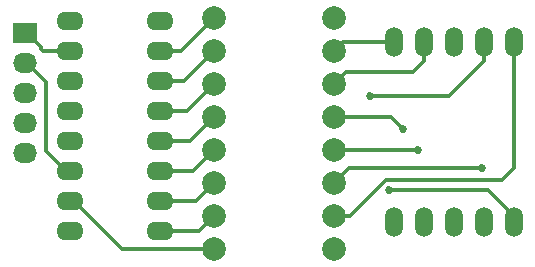
<source format=gtl>
G04 #@! TF.FileFunction,Copper,L1,Top,Signal*
%FSLAX46Y46*%
G04 Gerber Fmt 4.6, Leading zero omitted, Abs format (unit mm)*
G04 Created by KiCad (PCBNEW (2015-11-17 BZR 6321)-product) date Tue 01 Dec 2015 04:11:32 PM PST*
%MOMM*%
G01*
G04 APERTURE LIST*
%ADD10C,0.100000*%
%ADD11R,2.032000X1.727200*%
%ADD12O,2.032000X1.727200*%
%ADD13C,1.998980*%
%ADD14O,1.524000X2.524000*%
%ADD15O,2.300000X1.600000*%
%ADD16C,0.685800*%
%ADD17C,0.330200*%
G04 APERTURE END LIST*
D10*
D11*
X155448000Y-117348000D03*
D12*
X155448000Y-119888000D03*
X155448000Y-122428000D03*
X155448000Y-124968000D03*
X155448000Y-127508000D03*
D13*
X181610000Y-135636000D03*
X171450000Y-135636000D03*
X181610000Y-132842000D03*
X171450000Y-132842000D03*
X181610000Y-130048000D03*
X171450000Y-130048000D03*
X181610000Y-127254000D03*
X171450000Y-127254000D03*
X181610000Y-124460000D03*
X171450000Y-124460000D03*
X181610000Y-121666000D03*
X171450000Y-121666000D03*
X181610000Y-118872000D03*
X171450000Y-118872000D03*
X181610000Y-116078000D03*
X171450000Y-116078000D03*
D14*
X186690000Y-133350000D03*
X189230000Y-133350000D03*
X191770000Y-133350000D03*
X194310000Y-133350000D03*
X196850000Y-133350000D03*
X196850000Y-118110000D03*
X194310000Y-118110000D03*
X191770000Y-118110000D03*
X189230000Y-118110000D03*
X186690000Y-118110000D03*
D15*
X166878000Y-134112000D03*
X166878000Y-131572000D03*
X166878000Y-129032000D03*
X166878000Y-126492000D03*
X166878000Y-123952000D03*
X166878000Y-121412000D03*
X166878000Y-118872000D03*
X166878000Y-116332000D03*
X159258000Y-116332000D03*
X159258000Y-118872000D03*
X159258000Y-121412000D03*
X159258000Y-123952000D03*
X159258000Y-126492000D03*
X159258000Y-129032000D03*
X159258000Y-131572000D03*
X159258000Y-134112000D03*
D16*
X184658000Y-122682000D03*
X194170200Y-128777980D03*
X188722000Y-127254000D03*
X187452000Y-125476000D03*
X186300271Y-130642881D03*
D17*
X159258000Y-118872000D02*
X156972000Y-118872000D01*
X156972000Y-118872000D02*
X156794200Y-118694200D01*
X156794200Y-118694200D02*
X156794200Y-118541800D01*
X156794200Y-118541800D02*
X155600400Y-117348000D01*
X155600400Y-117348000D02*
X155448000Y-117348000D01*
X157226000Y-121513600D02*
X157226000Y-127350000D01*
X157226000Y-127350000D02*
X158908000Y-129032000D01*
X158908000Y-129032000D02*
X159258000Y-129032000D01*
X155448000Y-119888000D02*
X155600400Y-119888000D01*
X155600400Y-119888000D02*
X157226000Y-121513600D01*
X191330200Y-122682000D02*
X184658000Y-122682000D01*
X194310000Y-118110000D02*
X194310000Y-119702200D01*
X194310000Y-119702200D02*
X191330200Y-122682000D01*
X171450000Y-135636000D02*
X163672000Y-135636000D01*
X163672000Y-135636000D02*
X159608000Y-131572000D01*
X159608000Y-131572000D02*
X159258000Y-131572000D01*
X195834000Y-129794000D02*
X196850000Y-128778000D01*
X196850000Y-128778000D02*
X196850000Y-118110000D01*
X186071492Y-129794000D02*
X195834000Y-129794000D01*
X181610000Y-132842000D02*
X183023492Y-132842000D01*
X183023492Y-132842000D02*
X186071492Y-129794000D01*
X166878000Y-134112000D02*
X170180000Y-134112000D01*
X170180000Y-134112000D02*
X171450000Y-132842000D01*
X181610000Y-130048000D02*
X182880020Y-128777980D01*
X193685267Y-128777980D02*
X194170200Y-128777980D01*
X182880020Y-128777980D02*
X193685267Y-128777980D01*
X166878000Y-131572000D02*
X169926000Y-131572000D01*
X169926000Y-131572000D02*
X171450000Y-130048000D01*
X183023492Y-127254000D02*
X188722000Y-127254000D01*
X181610000Y-127254000D02*
X183023492Y-127254000D01*
X166878000Y-129032000D02*
X169672000Y-129032000D01*
X169672000Y-129032000D02*
X171450000Y-127254000D01*
X186436000Y-124460000D02*
X187452000Y-125476000D01*
X181610000Y-124460000D02*
X186436000Y-124460000D01*
X166878000Y-126492000D02*
X169418000Y-126492000D01*
X169418000Y-126492000D02*
X171450000Y-124460000D01*
X188282200Y-120650000D02*
X182626000Y-120650000D01*
X182626000Y-120650000D02*
X181610000Y-121666000D01*
X189230000Y-118110000D02*
X189230000Y-119702200D01*
X189230000Y-119702200D02*
X188282200Y-120650000D01*
X166878000Y-123952000D02*
X169164000Y-123952000D01*
X169164000Y-123952000D02*
X171450000Y-121666000D01*
X186690000Y-118110000D02*
X182372000Y-118110000D01*
X182372000Y-118110000D02*
X181610000Y-118872000D01*
X166878000Y-121412000D02*
X168910000Y-121412000D01*
X168910000Y-121412000D02*
X171450000Y-118872000D01*
X196850000Y-132850000D02*
X194642881Y-130642881D01*
X196850000Y-133350000D02*
X196850000Y-132850000D01*
X186785204Y-130642881D02*
X186300271Y-130642881D01*
X194642881Y-130642881D02*
X186785204Y-130642881D01*
X166878000Y-118872000D02*
X168656000Y-118872000D01*
X168656000Y-118872000D02*
X171450000Y-116078000D01*
M02*

</source>
